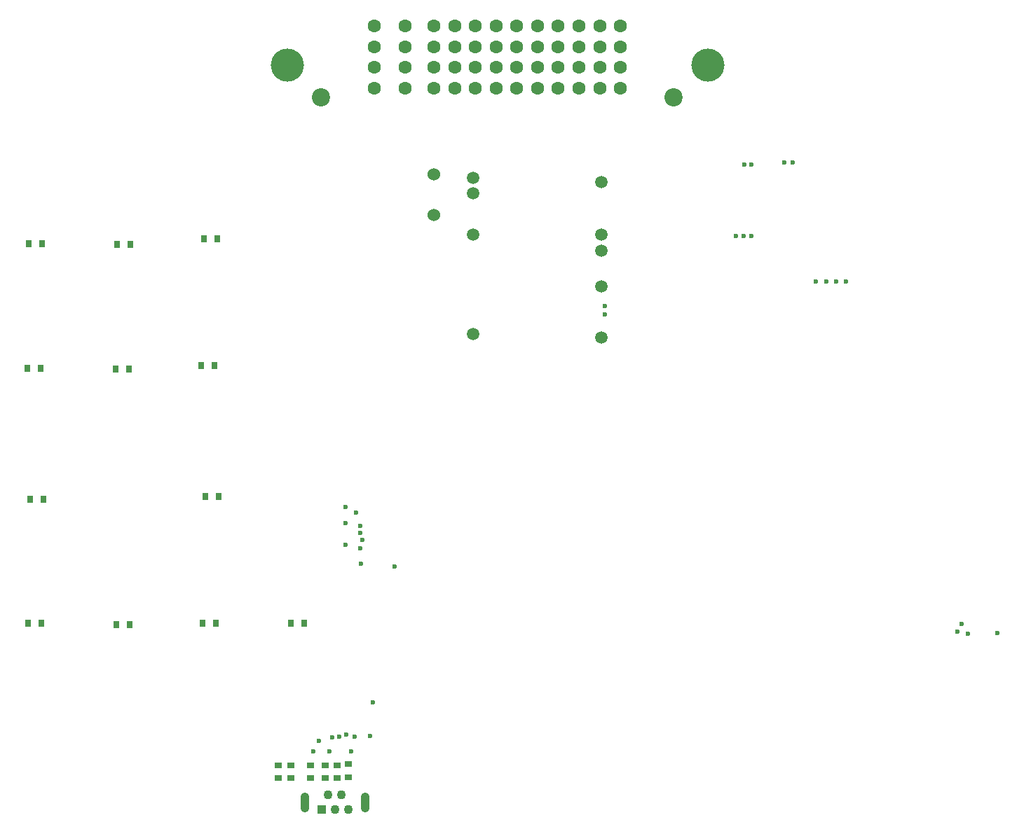
<source format=gbr>
%TF.GenerationSoftware,KiCad,Pcbnew,8.0.8*%
%TF.CreationDate,2026-02-06T20:56:35-05:00*%
%TF.ProjectId,greenecu48,67726565-6e65-4637-9534-382e6b696361,rev?*%
%TF.SameCoordinates,Original*%
%TF.FileFunction,Soldermask,Bot*%
%TF.FilePolarity,Negative*%
%FSLAX46Y46*%
G04 Gerber Fmt 4.6, Leading zero omitted, Abs format (unit mm)*
G04 Created by KiCad (PCBNEW 8.0.8) date 2026-02-06 20:56:35*
%MOMM*%
%LPD*%
G01*
G04 APERTURE LIST*
G04 Aperture macros list*
%AMRoundRect*
0 Rectangle with rounded corners*
0 $1 Rounding radius*
0 $2 $3 $4 $5 $6 $7 $8 $9 X,Y pos of 4 corners*
0 Add a 4 corners polygon primitive as box body*
4,1,4,$2,$3,$4,$5,$6,$7,$8,$9,$2,$3,0*
0 Add four circle primitives for the rounded corners*
1,1,$1+$1,$2,$3*
1,1,$1+$1,$4,$5*
1,1,$1+$1,$6,$7*
1,1,$1+$1,$8,$9*
0 Add four rect primitives between the rounded corners*
20,1,$1+$1,$2,$3,$4,$5,0*
20,1,$1+$1,$4,$5,$6,$7,0*
20,1,$1+$1,$6,$7,$8,$9,0*
20,1,$1+$1,$8,$9,$2,$3,0*%
G04 Aperture macros list end*
%ADD10C,4.000000*%
%ADD11C,2.200000*%
%ADD12C,1.600000*%
%ADD13C,0.600000*%
%ADD14R,1.100000X1.100000*%
%ADD15C,1.100000*%
%ADD16O,1.100000X2.400000*%
%ADD17C,0.599999*%
%ADD18C,1.500000*%
%ADD19C,1.524000*%
%ADD20RoundRect,0.070000X-0.280000X-0.390000X0.280000X-0.390000X0.280000X0.390000X-0.280000X0.390000X0*%
%ADD21RoundRect,0.070000X-0.390000X0.280000X-0.390000X-0.280000X0.390000X-0.280000X0.390000X0.280000X0*%
G04 APERTURE END LIST*
D10*
%TO.C,U1*%
X119677601Y-34974599D03*
D11*
X123777601Y-38824599D03*
X166377601Y-38824599D03*
D10*
X170477601Y-34974599D03*
D12*
X130227601Y-30224599D03*
X130227601Y-32724599D03*
X130227601Y-35224599D03*
X130227601Y-37724599D03*
X133927601Y-30224599D03*
X133927601Y-32724599D03*
X133927601Y-35224599D03*
X133927601Y-37724599D03*
X137427601Y-30224599D03*
X137427601Y-32724599D03*
X137427601Y-35224599D03*
X137427601Y-37724599D03*
X139927601Y-30224599D03*
X139927601Y-32724599D03*
X139927601Y-35224599D03*
X139927601Y-37724599D03*
X142427601Y-30224599D03*
X142427601Y-32724599D03*
X142427601Y-35224599D03*
X142427601Y-37724599D03*
X144927601Y-30224599D03*
X144927601Y-32724599D03*
X144927601Y-35224599D03*
X144927601Y-37724599D03*
X147427601Y-30224599D03*
X147427601Y-32724599D03*
X147427601Y-35224599D03*
X147427601Y-37724599D03*
X149927601Y-30224599D03*
X149927601Y-32724599D03*
X149927601Y-35224599D03*
X149927601Y-37724599D03*
X152427601Y-30224599D03*
X152427601Y-32724599D03*
X152427601Y-35224599D03*
X152427601Y-37724599D03*
X154927601Y-30224599D03*
X154927601Y-32724599D03*
X154927601Y-35224599D03*
X154927601Y-37724599D03*
X157427601Y-30224599D03*
X157427601Y-32724599D03*
X157427601Y-35224599D03*
X157427601Y-37724599D03*
X159927601Y-30224599D03*
X159927601Y-32724599D03*
X159927601Y-35224599D03*
X159927601Y-37724599D03*
%TD*%
D13*
%TO.C,M4*%
X127814005Y-116103998D03*
X127388997Y-117939008D03*
X126839000Y-115889000D03*
X125964041Y-116103995D03*
X125114018Y-116179002D03*
X124789002Y-117939008D03*
X123489035Y-116629008D03*
X122839018Y-117939008D03*
X130014021Y-112013993D03*
X129714019Y-116088999D03*
%TD*%
%TO.C,M2*%
X184780784Y-61130242D03*
X183580784Y-61130242D03*
X185980784Y-61130242D03*
X187180784Y-61130242D03*
X180720784Y-46705242D03*
X179720784Y-46705242D03*
%TD*%
D14*
%TO.C,J4*%
X123848000Y-124952000D03*
D15*
X124648000Y-123202000D03*
X125448000Y-124952000D03*
X126248000Y-123202000D03*
X127048000Y-124952000D03*
D16*
X121798000Y-124077000D03*
X129098000Y-124077000D03*
%TD*%
D13*
%TO.C,M3*%
X175770000Y-55621000D03*
X174820000Y-55621000D03*
X173870002Y-55621000D03*
X174870000Y-46921000D03*
X175770000Y-46921000D03*
%TD*%
D17*
%TO.C,M7*%
X128550000Y-93347985D03*
X126714990Y-92922977D03*
X128764998Y-92372980D03*
X128550003Y-91498021D03*
X128474996Y-90647998D03*
X126714990Y-90322982D03*
X128024990Y-89023015D03*
X126714990Y-88372998D03*
X132640005Y-95548001D03*
X128564999Y-95247999D03*
%TD*%
D18*
%TO.C,M1*%
X142120253Y-67457400D03*
X142120253Y-55407402D03*
X142120253Y-50457399D03*
X142120253Y-48607400D03*
X157620250Y-67907402D03*
D13*
X158070249Y-65057400D03*
X158070249Y-64057399D03*
D18*
X157620250Y-61657402D03*
X157620250Y-57357402D03*
X157620250Y-55457399D03*
X157620250Y-49057402D03*
%TD*%
D19*
%TO.C,F10*%
X137361000Y-53059010D03*
X137361000Y-48159010D03*
%TD*%
D17*
%TO.C,M6*%
X200665662Y-103398499D03*
X201190662Y-102523497D03*
X201940660Y-103698501D03*
X205490661Y-103623498D03*
%TD*%
D20*
%TO.C,R911*%
X98948279Y-71694928D03*
X100548279Y-71694928D03*
%TD*%
D21*
%TO.C,R403*%
X122505000Y-119573000D03*
X122505000Y-121173000D03*
%TD*%
D20*
%TO.C,R903*%
X99160000Y-56650000D03*
X100760000Y-56650000D03*
%TD*%
%TO.C,R906*%
X88288279Y-71597000D03*
X89888279Y-71597000D03*
%TD*%
D21*
%TO.C,R405*%
X125709000Y-119573000D03*
X125709000Y-121173000D03*
%TD*%
D20*
%TO.C,R913*%
X109596000Y-55941000D03*
X111196000Y-55941000D03*
%TD*%
%TO.C,R916*%
X120160000Y-102440000D03*
X121760000Y-102440000D03*
%TD*%
D21*
%TO.C,R402*%
X118606000Y-119573000D03*
X118606000Y-121173000D03*
%TD*%
D20*
%TO.C,R905*%
X109787000Y-87058000D03*
X111387000Y-87058000D03*
%TD*%
D21*
%TO.C,R401*%
X120148000Y-119573000D03*
X120148000Y-121173000D03*
%TD*%
D20*
%TO.C,R912*%
X99070000Y-102560000D03*
X100670000Y-102560000D03*
%TD*%
%TO.C,R914*%
X109430000Y-102460000D03*
X111030000Y-102460000D03*
%TD*%
%TO.C,R902*%
X88500000Y-56550000D03*
X90100000Y-56550000D03*
%TD*%
D21*
%TO.C,R406*%
X127048000Y-119421000D03*
X127048000Y-121021000D03*
%TD*%
D20*
%TO.C,R904*%
X88621721Y-87413000D03*
X90221721Y-87413000D03*
%TD*%
D21*
%TO.C,R404*%
X124302000Y-119573000D03*
X124302000Y-121173000D03*
%TD*%
D20*
%TO.C,R901*%
X88410000Y-102460000D03*
X90010000Y-102460000D03*
%TD*%
%TO.C,R915*%
X109297000Y-71250000D03*
X110897000Y-71250000D03*
%TD*%
M02*

</source>
